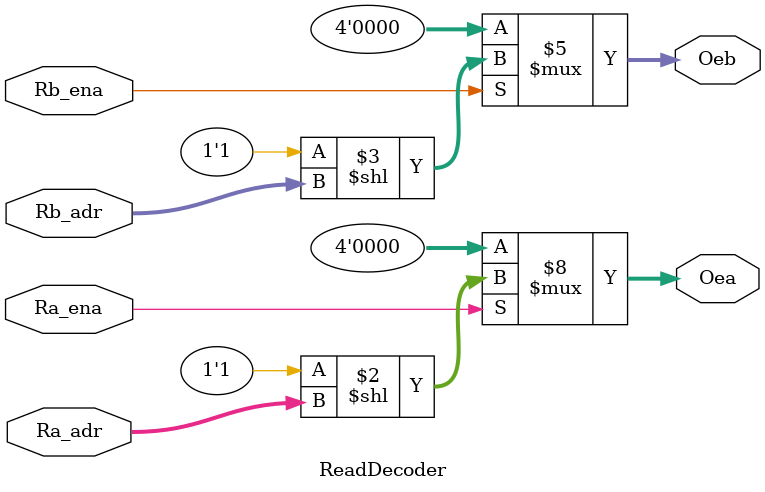
<source format=v>
/*
R. Antonio Orozco
5/26/2014
Homework6-Part5
This module implements a dual address read decoder for the register file
*/
module ReadDecoder( Ra_adr, Rb_adr, Ra_ena, Rb_ena, Oea, Oeb );
  parameter N = 2;
  localparam M = 2**N; //N^2
  input [N-1:0] Ra_adr, Rb_adr; //The input address to read from
  input Ra_ena, Rb_ena; //Read addres A or B enable
  output reg [M-1:0] Oea, Oeb; //Determines which swtich to close from the controlled buffer
  
  always @(Ra_adr, Rb_adr, Ra_ena, Rb_ena) begin
		if (Ra_ena) 
			Oea = 1'b1 << Ra_adr; //shift 1-bit into position
		else
			Oea = 0;
			
		if (Rb_ena)
			Oeb = 1'b1 << Rb_adr;
		else 
			//Oea = 0;
			Oeb = 0;
    
  end  // always
endmodule
</source>
